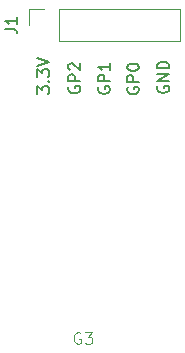
<source format=gbr>
%TF.GenerationSoftware,KiCad,Pcbnew,7.0.1*%
%TF.CreationDate,2023-03-27T13:44:56+02:00*%
%TF.ProjectId,SofleUnsplit,536f666c-6555-46e7-9370-6c69742e6b69,rev?*%
%TF.SameCoordinates,Original*%
%TF.FileFunction,Legend,Top*%
%TF.FilePolarity,Positive*%
%FSLAX46Y46*%
G04 Gerber Fmt 4.6, Leading zero omitted, Abs format (unit mm)*
G04 Created by KiCad (PCBNEW 7.0.1) date 2023-03-27 13:44:56*
%MOMM*%
%LPD*%
G01*
G04 APERTURE LIST*
%ADD10C,0.150000*%
%ADD11C,0.100000*%
%ADD12C,0.120000*%
G04 APERTURE END LIST*
D10*
X217915238Y-103018095D02*
X217867619Y-103113333D01*
X217867619Y-103113333D02*
X217867619Y-103256190D01*
X217867619Y-103256190D02*
X217915238Y-103399047D01*
X217915238Y-103399047D02*
X218010476Y-103494285D01*
X218010476Y-103494285D02*
X218105714Y-103541904D01*
X218105714Y-103541904D02*
X218296190Y-103589523D01*
X218296190Y-103589523D02*
X218439047Y-103589523D01*
X218439047Y-103589523D02*
X218629523Y-103541904D01*
X218629523Y-103541904D02*
X218724761Y-103494285D01*
X218724761Y-103494285D02*
X218820000Y-103399047D01*
X218820000Y-103399047D02*
X218867619Y-103256190D01*
X218867619Y-103256190D02*
X218867619Y-103160952D01*
X218867619Y-103160952D02*
X218820000Y-103018095D01*
X218820000Y-103018095D02*
X218772380Y-102970476D01*
X218772380Y-102970476D02*
X218439047Y-102970476D01*
X218439047Y-102970476D02*
X218439047Y-103160952D01*
X218867619Y-102541904D02*
X217867619Y-102541904D01*
X217867619Y-102541904D02*
X217867619Y-102160952D01*
X217867619Y-102160952D02*
X217915238Y-102065714D01*
X217915238Y-102065714D02*
X217962857Y-102018095D01*
X217962857Y-102018095D02*
X218058095Y-101970476D01*
X218058095Y-101970476D02*
X218200952Y-101970476D01*
X218200952Y-101970476D02*
X218296190Y-102018095D01*
X218296190Y-102018095D02*
X218343809Y-102065714D01*
X218343809Y-102065714D02*
X218391428Y-102160952D01*
X218391428Y-102160952D02*
X218391428Y-102541904D01*
X218867619Y-101018095D02*
X218867619Y-101589523D01*
X218867619Y-101303809D02*
X217867619Y-101303809D01*
X217867619Y-101303809D02*
X218010476Y-101399047D01*
X218010476Y-101399047D02*
X218105714Y-101494285D01*
X218105714Y-101494285D02*
X218153333Y-101589523D01*
X215395238Y-102988095D02*
X215347619Y-103083333D01*
X215347619Y-103083333D02*
X215347619Y-103226190D01*
X215347619Y-103226190D02*
X215395238Y-103369047D01*
X215395238Y-103369047D02*
X215490476Y-103464285D01*
X215490476Y-103464285D02*
X215585714Y-103511904D01*
X215585714Y-103511904D02*
X215776190Y-103559523D01*
X215776190Y-103559523D02*
X215919047Y-103559523D01*
X215919047Y-103559523D02*
X216109523Y-103511904D01*
X216109523Y-103511904D02*
X216204761Y-103464285D01*
X216204761Y-103464285D02*
X216300000Y-103369047D01*
X216300000Y-103369047D02*
X216347619Y-103226190D01*
X216347619Y-103226190D02*
X216347619Y-103130952D01*
X216347619Y-103130952D02*
X216300000Y-102988095D01*
X216300000Y-102988095D02*
X216252380Y-102940476D01*
X216252380Y-102940476D02*
X215919047Y-102940476D01*
X215919047Y-102940476D02*
X215919047Y-103130952D01*
X216347619Y-102511904D02*
X215347619Y-102511904D01*
X215347619Y-102511904D02*
X215347619Y-102130952D01*
X215347619Y-102130952D02*
X215395238Y-102035714D01*
X215395238Y-102035714D02*
X215442857Y-101988095D01*
X215442857Y-101988095D02*
X215538095Y-101940476D01*
X215538095Y-101940476D02*
X215680952Y-101940476D01*
X215680952Y-101940476D02*
X215776190Y-101988095D01*
X215776190Y-101988095D02*
X215823809Y-102035714D01*
X215823809Y-102035714D02*
X215871428Y-102130952D01*
X215871428Y-102130952D02*
X215871428Y-102511904D01*
X215442857Y-101559523D02*
X215395238Y-101511904D01*
X215395238Y-101511904D02*
X215347619Y-101416666D01*
X215347619Y-101416666D02*
X215347619Y-101178571D01*
X215347619Y-101178571D02*
X215395238Y-101083333D01*
X215395238Y-101083333D02*
X215442857Y-101035714D01*
X215442857Y-101035714D02*
X215538095Y-100988095D01*
X215538095Y-100988095D02*
X215633333Y-100988095D01*
X215633333Y-100988095D02*
X215776190Y-101035714D01*
X215776190Y-101035714D02*
X216347619Y-101607142D01*
X216347619Y-101607142D02*
X216347619Y-100988095D01*
X212717619Y-103577142D02*
X212717619Y-102958095D01*
X212717619Y-102958095D02*
X213098571Y-103291428D01*
X213098571Y-103291428D02*
X213098571Y-103148571D01*
X213098571Y-103148571D02*
X213146190Y-103053333D01*
X213146190Y-103053333D02*
X213193809Y-103005714D01*
X213193809Y-103005714D02*
X213289047Y-102958095D01*
X213289047Y-102958095D02*
X213527142Y-102958095D01*
X213527142Y-102958095D02*
X213622380Y-103005714D01*
X213622380Y-103005714D02*
X213670000Y-103053333D01*
X213670000Y-103053333D02*
X213717619Y-103148571D01*
X213717619Y-103148571D02*
X213717619Y-103434285D01*
X213717619Y-103434285D02*
X213670000Y-103529523D01*
X213670000Y-103529523D02*
X213622380Y-103577142D01*
X213622380Y-102529523D02*
X213670000Y-102481904D01*
X213670000Y-102481904D02*
X213717619Y-102529523D01*
X213717619Y-102529523D02*
X213670000Y-102577142D01*
X213670000Y-102577142D02*
X213622380Y-102529523D01*
X213622380Y-102529523D02*
X213717619Y-102529523D01*
X212717619Y-102148571D02*
X212717619Y-101529524D01*
X212717619Y-101529524D02*
X213098571Y-101862857D01*
X213098571Y-101862857D02*
X213098571Y-101720000D01*
X213098571Y-101720000D02*
X213146190Y-101624762D01*
X213146190Y-101624762D02*
X213193809Y-101577143D01*
X213193809Y-101577143D02*
X213289047Y-101529524D01*
X213289047Y-101529524D02*
X213527142Y-101529524D01*
X213527142Y-101529524D02*
X213622380Y-101577143D01*
X213622380Y-101577143D02*
X213670000Y-101624762D01*
X213670000Y-101624762D02*
X213717619Y-101720000D01*
X213717619Y-101720000D02*
X213717619Y-102005714D01*
X213717619Y-102005714D02*
X213670000Y-102100952D01*
X213670000Y-102100952D02*
X213622380Y-102148571D01*
X212717619Y-101243809D02*
X213717619Y-100910476D01*
X213717619Y-100910476D02*
X212717619Y-100577143D01*
X220355238Y-103058095D02*
X220307619Y-103153333D01*
X220307619Y-103153333D02*
X220307619Y-103296190D01*
X220307619Y-103296190D02*
X220355238Y-103439047D01*
X220355238Y-103439047D02*
X220450476Y-103534285D01*
X220450476Y-103534285D02*
X220545714Y-103581904D01*
X220545714Y-103581904D02*
X220736190Y-103629523D01*
X220736190Y-103629523D02*
X220879047Y-103629523D01*
X220879047Y-103629523D02*
X221069523Y-103581904D01*
X221069523Y-103581904D02*
X221164761Y-103534285D01*
X221164761Y-103534285D02*
X221260000Y-103439047D01*
X221260000Y-103439047D02*
X221307619Y-103296190D01*
X221307619Y-103296190D02*
X221307619Y-103200952D01*
X221307619Y-103200952D02*
X221260000Y-103058095D01*
X221260000Y-103058095D02*
X221212380Y-103010476D01*
X221212380Y-103010476D02*
X220879047Y-103010476D01*
X220879047Y-103010476D02*
X220879047Y-103200952D01*
X221307619Y-102581904D02*
X220307619Y-102581904D01*
X220307619Y-102581904D02*
X220307619Y-102200952D01*
X220307619Y-102200952D02*
X220355238Y-102105714D01*
X220355238Y-102105714D02*
X220402857Y-102058095D01*
X220402857Y-102058095D02*
X220498095Y-102010476D01*
X220498095Y-102010476D02*
X220640952Y-102010476D01*
X220640952Y-102010476D02*
X220736190Y-102058095D01*
X220736190Y-102058095D02*
X220783809Y-102105714D01*
X220783809Y-102105714D02*
X220831428Y-102200952D01*
X220831428Y-102200952D02*
X220831428Y-102581904D01*
X220307619Y-101391428D02*
X220307619Y-101296190D01*
X220307619Y-101296190D02*
X220355238Y-101200952D01*
X220355238Y-101200952D02*
X220402857Y-101153333D01*
X220402857Y-101153333D02*
X220498095Y-101105714D01*
X220498095Y-101105714D02*
X220688571Y-101058095D01*
X220688571Y-101058095D02*
X220926666Y-101058095D01*
X220926666Y-101058095D02*
X221117142Y-101105714D01*
X221117142Y-101105714D02*
X221212380Y-101153333D01*
X221212380Y-101153333D02*
X221260000Y-101200952D01*
X221260000Y-101200952D02*
X221307619Y-101296190D01*
X221307619Y-101296190D02*
X221307619Y-101391428D01*
X221307619Y-101391428D02*
X221260000Y-101486666D01*
X221260000Y-101486666D02*
X221212380Y-101534285D01*
X221212380Y-101534285D02*
X221117142Y-101581904D01*
X221117142Y-101581904D02*
X220926666Y-101629523D01*
X220926666Y-101629523D02*
X220688571Y-101629523D01*
X220688571Y-101629523D02*
X220498095Y-101581904D01*
X220498095Y-101581904D02*
X220402857Y-101534285D01*
X220402857Y-101534285D02*
X220355238Y-101486666D01*
X220355238Y-101486666D02*
X220307619Y-101391428D01*
X222925238Y-102958095D02*
X222877619Y-103053333D01*
X222877619Y-103053333D02*
X222877619Y-103196190D01*
X222877619Y-103196190D02*
X222925238Y-103339047D01*
X222925238Y-103339047D02*
X223020476Y-103434285D01*
X223020476Y-103434285D02*
X223115714Y-103481904D01*
X223115714Y-103481904D02*
X223306190Y-103529523D01*
X223306190Y-103529523D02*
X223449047Y-103529523D01*
X223449047Y-103529523D02*
X223639523Y-103481904D01*
X223639523Y-103481904D02*
X223734761Y-103434285D01*
X223734761Y-103434285D02*
X223830000Y-103339047D01*
X223830000Y-103339047D02*
X223877619Y-103196190D01*
X223877619Y-103196190D02*
X223877619Y-103100952D01*
X223877619Y-103100952D02*
X223830000Y-102958095D01*
X223830000Y-102958095D02*
X223782380Y-102910476D01*
X223782380Y-102910476D02*
X223449047Y-102910476D01*
X223449047Y-102910476D02*
X223449047Y-103100952D01*
X223877619Y-102481904D02*
X222877619Y-102481904D01*
X222877619Y-102481904D02*
X223877619Y-101910476D01*
X223877619Y-101910476D02*
X222877619Y-101910476D01*
X223877619Y-101434285D02*
X222877619Y-101434285D01*
X222877619Y-101434285D02*
X222877619Y-101196190D01*
X222877619Y-101196190D02*
X222925238Y-101053333D01*
X222925238Y-101053333D02*
X223020476Y-100958095D01*
X223020476Y-100958095D02*
X223115714Y-100910476D01*
X223115714Y-100910476D02*
X223306190Y-100862857D01*
X223306190Y-100862857D02*
X223449047Y-100862857D01*
X223449047Y-100862857D02*
X223639523Y-100910476D01*
X223639523Y-100910476D02*
X223734761Y-100958095D01*
X223734761Y-100958095D02*
X223830000Y-101053333D01*
X223830000Y-101053333D02*
X223877619Y-101196190D01*
X223877619Y-101196190D02*
X223877619Y-101434285D01*
D11*
%TO.C,G3*%
X216357739Y-123824958D02*
X216262501Y-123777339D01*
X216262501Y-123777339D02*
X216119644Y-123777339D01*
X216119644Y-123777339D02*
X215976787Y-123824958D01*
X215976787Y-123824958D02*
X215881549Y-123920196D01*
X215881549Y-123920196D02*
X215833930Y-124015434D01*
X215833930Y-124015434D02*
X215786311Y-124205910D01*
X215786311Y-124205910D02*
X215786311Y-124348767D01*
X215786311Y-124348767D02*
X215833930Y-124539243D01*
X215833930Y-124539243D02*
X215881549Y-124634481D01*
X215881549Y-124634481D02*
X215976787Y-124729720D01*
X215976787Y-124729720D02*
X216119644Y-124777339D01*
X216119644Y-124777339D02*
X216214882Y-124777339D01*
X216214882Y-124777339D02*
X216357739Y-124729720D01*
X216357739Y-124729720D02*
X216405358Y-124682100D01*
X216405358Y-124682100D02*
X216405358Y-124348767D01*
X216405358Y-124348767D02*
X216214882Y-124348767D01*
X216738692Y-123777339D02*
X217357739Y-123777339D01*
X217357739Y-123777339D02*
X217024406Y-124158291D01*
X217024406Y-124158291D02*
X217167263Y-124158291D01*
X217167263Y-124158291D02*
X217262501Y-124205910D01*
X217262501Y-124205910D02*
X217310120Y-124253529D01*
X217310120Y-124253529D02*
X217357739Y-124348767D01*
X217357739Y-124348767D02*
X217357739Y-124586862D01*
X217357739Y-124586862D02*
X217310120Y-124682100D01*
X217310120Y-124682100D02*
X217262501Y-124729720D01*
X217262501Y-124729720D02*
X217167263Y-124777339D01*
X217167263Y-124777339D02*
X216881549Y-124777339D01*
X216881549Y-124777339D02*
X216786311Y-124729720D01*
X216786311Y-124729720D02*
X216738692Y-124682100D01*
D10*
%TO.C,J1*%
X210002619Y-98103333D02*
X210716904Y-98103333D01*
X210716904Y-98103333D02*
X210859761Y-98150952D01*
X210859761Y-98150952D02*
X210955000Y-98246190D01*
X210955000Y-98246190D02*
X211002619Y-98389047D01*
X211002619Y-98389047D02*
X211002619Y-98484285D01*
X211002619Y-97103333D02*
X211002619Y-97674761D01*
X211002619Y-97389047D02*
X210002619Y-97389047D01*
X210002619Y-97389047D02*
X210145476Y-97484285D01*
X210145476Y-97484285D02*
X210240714Y-97579523D01*
X210240714Y-97579523D02*
X210288333Y-97674761D01*
D12*
X214580000Y-99100000D02*
X224800000Y-99100000D01*
X214580000Y-99100000D02*
X214580000Y-96440000D01*
X224800000Y-99100000D02*
X224800000Y-96440000D01*
X211980000Y-97770000D02*
X211980000Y-96440000D01*
X211980000Y-96440000D02*
X213310000Y-96440000D01*
X214580000Y-96440000D02*
X224800000Y-96440000D01*
%TD*%
M02*

</source>
